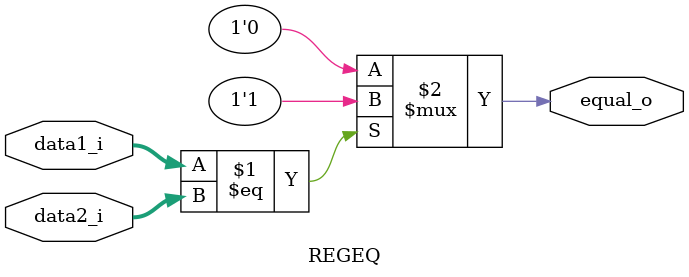
<source format=v>
module REGEQ
(
    data1_i,
    data2_i,
    equal_o
);

input   [31:0]  data1_i, data2_i;

output          equal_o;

assign equal_o = (data1_i == data2_i)? 1'b1 : 1'b0;

endmodule
</source>
